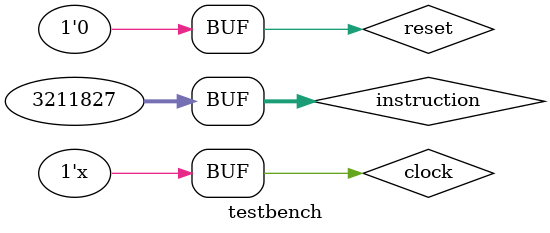
<source format=v>
`timescale 1ns/1ps

module testbench;
reg clock;
reg reset;
reg [31:0] instruction;

  tomasulo TM(.clock(clock),.reset(reset),.instruction(instruction));

initial 
clock=0;
always#5 clock = ~clock;

initial
begin
  $dumpfile("dumppu.vcd"); $dumpvars(1,TM);	
  reset = 1;
  #5 reset = 0;
  #9.9 instruction = 32'b00000000001100010000001000110011;
           
end
endmodule
</source>
